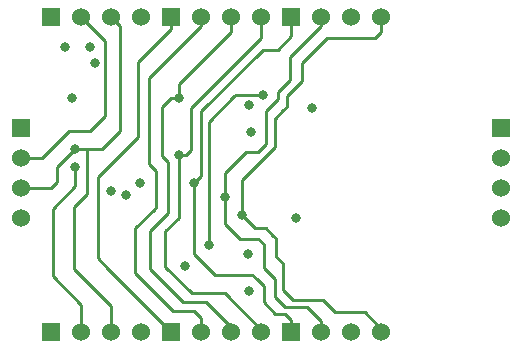
<source format=gbl>
G04 #@! TF.FileFunction,Copper,L4,Bot,Signal*
%FSLAX46Y46*%
G04 Gerber Fmt 4.6, Leading zero omitted, Abs format (unit mm)*
G04 Created by KiCad (PCBNEW (2015-01-16 BZR 5376)-product) date 25/06/2015 00:14:29*
%MOMM*%
G01*
G04 APERTURE LIST*
%ADD10C,0.150000*%
%ADD11R,1.524000X1.524000*%
%ADD12C,1.524000*%
%ADD13C,0.800100*%
%ADD14C,0.254000*%
G04 APERTURE END LIST*
D10*
D11*
X127000000Y-55118000D03*
D12*
X127000000Y-57658000D03*
X127000000Y-60198000D03*
X127000000Y-62738000D03*
D11*
X109220000Y-45720000D03*
D12*
X111760000Y-45720000D03*
X114300000Y-45720000D03*
X116840000Y-45720000D03*
D11*
X99060000Y-45720000D03*
D12*
X101600000Y-45720000D03*
X104140000Y-45720000D03*
X106680000Y-45720000D03*
D11*
X88900000Y-45720000D03*
D12*
X91440000Y-45720000D03*
X93980000Y-45720000D03*
X96520000Y-45720000D03*
D11*
X109220000Y-72390000D03*
D12*
X111760000Y-72390000D03*
X114300000Y-72390000D03*
X116840000Y-72390000D03*
D11*
X99060000Y-72390000D03*
D12*
X101600000Y-72390000D03*
X104140000Y-72390000D03*
X106680000Y-72390000D03*
D11*
X88900000Y-72390000D03*
D12*
X91440000Y-72390000D03*
X93980000Y-72390000D03*
X96520000Y-72390000D03*
D11*
X86360000Y-55118000D03*
D12*
X86360000Y-57658000D03*
X86360000Y-60198000D03*
X86360000Y-62738000D03*
D13*
X105029000Y-62484000D03*
X93980000Y-60452000D03*
X90932000Y-58420000D03*
X90932000Y-56896000D03*
X110998000Y-53467000D03*
X102235000Y-65024000D03*
X106807000Y-52324000D03*
X109601000Y-62738000D03*
X99695000Y-52578000D03*
X99695000Y-57404000D03*
X100965000Y-59817000D03*
X96393000Y-59817000D03*
X95250000Y-60833000D03*
X103632000Y-60960000D03*
X92571000Y-49669000D03*
X92202000Y-48260000D03*
X105537000Y-65786000D03*
X100203000Y-66802000D03*
X105791000Y-55499000D03*
X90043000Y-48260000D03*
X90678000Y-52578000D03*
X105664000Y-68961000D03*
X105664000Y-53213000D03*
D14*
X110109000Y-51181000D02*
X108839000Y-52451000D01*
X108839000Y-52451000D02*
X108839000Y-53340000D01*
X108839000Y-53340000D02*
X108839000Y-53213000D01*
X108839000Y-53213000D02*
X108839000Y-53340000D01*
X108521500Y-53657500D02*
X107823000Y-54356000D01*
X107823000Y-54356000D02*
X107823000Y-56769000D01*
X107823000Y-56769000D02*
X107823000Y-56642000D01*
X107823000Y-56642000D02*
X107823000Y-56769000D01*
X113411000Y-47498000D02*
X112268000Y-47498000D01*
X108839000Y-53340000D02*
X108521500Y-53657500D01*
X110109000Y-49657000D02*
X110109000Y-51181000D01*
X112268000Y-47498000D02*
X110109000Y-49657000D01*
X107950000Y-64770000D02*
X107950000Y-64516000D01*
X107950000Y-64516000D02*
X107823000Y-64389000D01*
X107823000Y-64389000D02*
X107696000Y-64262000D01*
X107823000Y-64389000D02*
X107950000Y-64516000D01*
X107061000Y-63627000D02*
X107696000Y-64262000D01*
X107696000Y-64262000D02*
X107823000Y-64389000D01*
X108521500Y-66929000D02*
X108521500Y-66611500D01*
X116840000Y-72136000D02*
X115443000Y-70739000D01*
X108521500Y-68897500D02*
X109347000Y-69723000D01*
X109347000Y-69723000D02*
X111887000Y-69723000D01*
X111887000Y-69723000D02*
X112903000Y-70739000D01*
X112903000Y-70739000D02*
X115443000Y-70739000D01*
X108521500Y-66929000D02*
X108521500Y-68897500D01*
X108521500Y-66611500D02*
X107950000Y-66040000D01*
X107950000Y-66040000D02*
X107950000Y-64770000D01*
X107950000Y-64770000D02*
X107950000Y-64643000D01*
X106172000Y-63627000D02*
X107061000Y-63627000D01*
X105029000Y-62484000D02*
X106172000Y-63627000D01*
X105029000Y-59563000D02*
X107823000Y-56769000D01*
X105029000Y-62484000D02*
X105029000Y-59563000D01*
X116840000Y-46990000D02*
X116840000Y-45720000D01*
X116840000Y-46990000D02*
X116332000Y-47498000D01*
X116332000Y-47498000D02*
X113411000Y-47498000D01*
X116840000Y-72390000D02*
X116840000Y-72136000D01*
X116840000Y-72136000D02*
X116840000Y-72390000D01*
X93472000Y-51562000D02*
X93472000Y-47752000D01*
X93472000Y-47752000D02*
X92456000Y-46736000D01*
X91440000Y-72390000D02*
X91440000Y-70104000D01*
X90932000Y-60071000D02*
X90932000Y-58420000D01*
X89027000Y-61976000D02*
X90932000Y-60071000D01*
X89027000Y-67691000D02*
X89027000Y-61976000D01*
X91440000Y-70104000D02*
X89027000Y-67691000D01*
X92202000Y-55372000D02*
X93472000Y-54102000D01*
X88392000Y-57404000D02*
X88138000Y-57658000D01*
X92456000Y-46736000D02*
X91440000Y-45720000D01*
X90424000Y-55372000D02*
X88392000Y-57404000D01*
X90424000Y-55372000D02*
X92202000Y-55372000D01*
X88138000Y-57658000D02*
X86360000Y-57658000D01*
X93472000Y-54102000D02*
X93472000Y-51562000D01*
X94742000Y-51054000D02*
X94742000Y-46482000D01*
X94742000Y-46482000D02*
X93980000Y-45720000D01*
X91948000Y-56896000D02*
X91948000Y-60706000D01*
X91948000Y-60706000D02*
X90805000Y-61849000D01*
X93980000Y-72390000D02*
X93980000Y-70231000D01*
X93980000Y-70231000D02*
X90805000Y-67056000D01*
X90805000Y-67056000D02*
X90805000Y-61849000D01*
X92456000Y-56896000D02*
X92710000Y-56896000D01*
X94742000Y-51054000D02*
X94742000Y-51054000D01*
X94742000Y-55372000D02*
X93218000Y-56896000D01*
X93218000Y-56896000D02*
X92710000Y-56896000D01*
X94742000Y-51054000D02*
X94742000Y-55372000D01*
X92710000Y-56896000D02*
X91948000Y-56896000D01*
X91948000Y-56896000D02*
X90932000Y-56896000D01*
X90932000Y-56896000D02*
X90932000Y-56896000D01*
X90932000Y-56896000D02*
X89408000Y-58420000D01*
X90932000Y-56896000D02*
X90932000Y-56896000D01*
X89408000Y-58420000D02*
X89408000Y-59690000D01*
X88900000Y-60198000D02*
X86360000Y-60198000D01*
X89408000Y-59690000D02*
X88900000Y-60198000D01*
X106807000Y-52324000D02*
X104521000Y-52324000D01*
X104521000Y-52324000D02*
X104394000Y-52451000D01*
X102235000Y-65024000D02*
X102235000Y-54610000D01*
X104394000Y-52451000D02*
X102235000Y-54610000D01*
X93726000Y-58420000D02*
X92837000Y-59309000D01*
X92837000Y-66167000D02*
X93726000Y-67056000D01*
X92837000Y-59309000D02*
X92837000Y-66167000D01*
X96266000Y-55880000D02*
X93726000Y-58420000D01*
X99060000Y-45720000D02*
X99060000Y-46736000D01*
X96266000Y-49530000D02*
X96266000Y-55880000D01*
X93726000Y-67056000D02*
X99060000Y-72390000D01*
X99060000Y-46736000D02*
X96266000Y-49530000D01*
X101600000Y-72390000D02*
X101600000Y-71247000D01*
X99187000Y-70612000D02*
X98552000Y-69977000D01*
X100965000Y-70612000D02*
X99187000Y-70612000D01*
X101600000Y-71247000D02*
X100965000Y-70612000D01*
X97790000Y-58801000D02*
X97790000Y-61849000D01*
X97790000Y-61849000D02*
X97663000Y-61976000D01*
X97663000Y-61976000D02*
X96012000Y-63627000D01*
X96012000Y-63627000D02*
X96012000Y-67437000D01*
X96012000Y-67437000D02*
X98552000Y-69977000D01*
X97155000Y-50927000D02*
X98298000Y-49784000D01*
X97155000Y-58166000D02*
X97155000Y-50927000D01*
X97790000Y-58801000D02*
X97155000Y-58166000D01*
X98298000Y-49784000D02*
X99568000Y-48514000D01*
X99568000Y-48514000D02*
X101600000Y-46482000D01*
X101600000Y-72390000D02*
X101600000Y-71628000D01*
X101600000Y-46482000D02*
X101600000Y-45720000D01*
X99314000Y-69088000D02*
X100076000Y-69850000D01*
X101981000Y-69850000D02*
X104140000Y-72009000D01*
X100076000Y-69850000D02*
X101981000Y-69850000D01*
X104140000Y-72009000D02*
X104140000Y-72390000D01*
X98806000Y-62357000D02*
X98806000Y-58039000D01*
X97282000Y-63881000D02*
X98806000Y-62357000D01*
X97282000Y-67056000D02*
X97282000Y-63881000D01*
X99314000Y-69088000D02*
X97282000Y-67056000D01*
X101092000Y-50038000D02*
X99695000Y-51435000D01*
X99695000Y-51435000D02*
X99695000Y-52578000D01*
X104140000Y-45720000D02*
X104140000Y-46990000D01*
X101092000Y-50038000D02*
X104140000Y-46990000D01*
X98806000Y-58039000D02*
X98298000Y-57531000D01*
X98298000Y-57531000D02*
X98298000Y-53340000D01*
X98298000Y-53340000D02*
X99060000Y-52578000D01*
X99060000Y-52578000D02*
X99695000Y-52578000D01*
X100774500Y-69151500D02*
X103568500Y-69151500D01*
X103568500Y-69151500D02*
X106680000Y-72263000D01*
X98552000Y-63881000D02*
X98552000Y-66929000D01*
X100774500Y-69151500D02*
X100711000Y-69088000D01*
X98552000Y-66929000D02*
X100774500Y-69151500D01*
X98552000Y-63881000D02*
X99695000Y-62738000D01*
X99695000Y-57404000D02*
X99695000Y-62738000D01*
X100711000Y-56515000D02*
X100711000Y-57023000D01*
X102235000Y-51943000D02*
X100711000Y-53467000D01*
X100711000Y-56515000D02*
X100711000Y-53467000D01*
X100330000Y-57404000D02*
X99695000Y-57404000D01*
X100711000Y-57023000D02*
X100330000Y-57404000D01*
X106680000Y-45720000D02*
X106680000Y-47498000D01*
X106680000Y-47498000D02*
X102235000Y-51943000D01*
X102235000Y-51943000D02*
X102108000Y-52070000D01*
X106680000Y-72390000D02*
X106680000Y-72263000D01*
X106870500Y-68516500D02*
X106870500Y-69913500D01*
X108712000Y-70866000D02*
X109220000Y-71374000D01*
X107823000Y-70866000D02*
X108712000Y-70866000D01*
X106870500Y-69913500D02*
X107823000Y-70866000D01*
X103949500Y-67564000D02*
X102743000Y-67564000D01*
X102743000Y-67564000D02*
X102362000Y-67183000D01*
X106299000Y-67945000D02*
X105918000Y-67564000D01*
X105918000Y-67564000D02*
X103949500Y-67564000D01*
X106299000Y-67945000D02*
X106870500Y-68516500D01*
X100965000Y-59817000D02*
X100965000Y-65786000D01*
X100965000Y-65786000D02*
X102362000Y-67183000D01*
X108077000Y-48514000D02*
X109220000Y-47371000D01*
X106807000Y-48514000D02*
X108077000Y-48514000D01*
X101600000Y-53721000D02*
X106807000Y-48514000D01*
X101600000Y-59182000D02*
X101600000Y-53721000D01*
X100965000Y-59817000D02*
X101600000Y-59182000D01*
X109220000Y-72390000D02*
X109220000Y-71374000D01*
X109220000Y-45720000D02*
X109220000Y-47371000D01*
X109093000Y-51054000D02*
X108077000Y-52070000D01*
X108077000Y-52705000D02*
X107696000Y-53086000D01*
X108077000Y-52070000D02*
X108077000Y-52705000D01*
X107442000Y-53340000D02*
X107061000Y-53721000D01*
X107061000Y-56515000D02*
X106934000Y-56642000D01*
X107061000Y-53721000D02*
X107061000Y-56515000D01*
X110426500Y-47815500D02*
X109093000Y-49149000D01*
X107696000Y-53086000D02*
X107442000Y-53340000D01*
X109093000Y-49149000D02*
X109093000Y-51054000D01*
X106870500Y-64960500D02*
X106870500Y-66992500D01*
X106870500Y-66992500D02*
X107823000Y-67945000D01*
X110553500Y-70294500D02*
X108648500Y-70294500D01*
X110553500Y-70294500D02*
X111760000Y-71501000D01*
X111760000Y-71501000D02*
X111760000Y-72390000D01*
X108648500Y-70294500D02*
X107823000Y-69469000D01*
X107823000Y-69469000D02*
X107823000Y-67945000D01*
X103632000Y-60960000D02*
X103632000Y-58928000D01*
X103632000Y-58928000D02*
X105410000Y-57150000D01*
X105410000Y-57150000D02*
X106426000Y-57150000D01*
X106426000Y-57150000D02*
X106934000Y-56642000D01*
X103632000Y-63246000D02*
X104902000Y-64516000D01*
X104902000Y-64516000D02*
X106426000Y-64516000D01*
X103632000Y-60960000D02*
X103632000Y-63246000D01*
X106870500Y-64960500D02*
X106426000Y-64516000D01*
X111760000Y-45720000D02*
X111760000Y-46482000D01*
X111760000Y-46482000D02*
X110426500Y-47815500D01*
X92571000Y-49669000D02*
X92583000Y-49657000D01*
M02*

</source>
